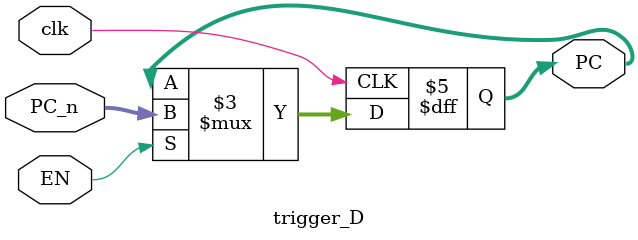
<source format=v>
`timescale 1ns / 1ps


module trigger_D(
    input [31:0] PC_n,
    input EN,
    input clk,
    output reg [31:0] PC
    );
    always@(posedge clk)
    begin
    if(EN==1)
    PC <= PC_n;
    end
endmodule

</source>
